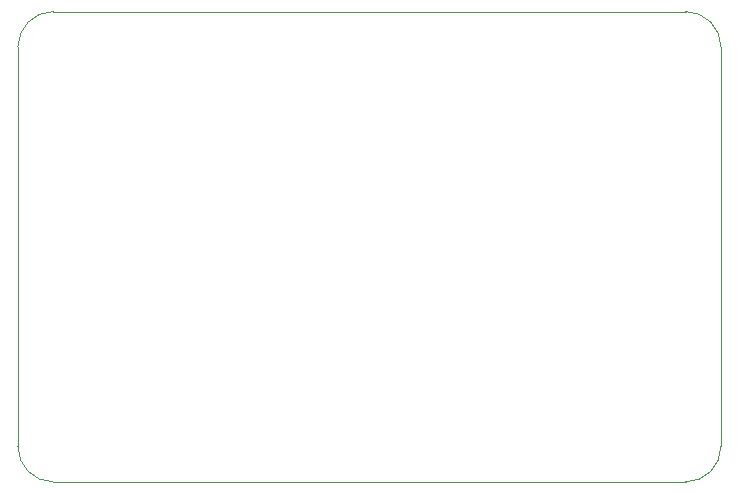
<source format=gbr>
%TF.GenerationSoftware,KiCad,Pcbnew,8.99.0-3334-g98ae574c78*%
%TF.CreationDate,2024-12-09T23:46:28-05:00*%
%TF.ProjectId,SmartPowerBoard,536d6172-7450-46f7-9765-72426f617264,rev?*%
%TF.SameCoordinates,Original*%
%TF.FileFunction,Profile,NP*%
%FSLAX46Y46*%
G04 Gerber Fmt 4.6, Leading zero omitted, Abs format (unit mm)*
G04 Created by KiCad (PCBNEW 8.99.0-3334-g98ae574c78) date 2024-12-09 23:46:28*
%MOMM*%
%LPD*%
G01*
G04 APERTURE LIST*
%TA.AperFunction,Profile*%
%ADD10C,0.050000*%
%TD*%
G04 APERTURE END LIST*
D10*
X192350000Y-72725000D02*
X192350000Y-106550000D01*
X135825000Y-69725000D02*
X189350000Y-69725000D01*
X132825000Y-106550000D02*
X132825000Y-72725000D01*
X189350000Y-69725000D02*
G75*
G02*
X192350000Y-72725000I0J-3000000D01*
G01*
X192350000Y-106550000D02*
G75*
G02*
X189350000Y-109550000I-3000000J0D01*
G01*
X132825000Y-72725000D02*
G75*
G02*
X135825000Y-69725000I3000000J0D01*
G01*
X189350000Y-109550000D02*
X135825000Y-109550000D01*
X135825000Y-109550000D02*
G75*
G02*
X132825000Y-106550000I0J3000000D01*
G01*
M02*

</source>
